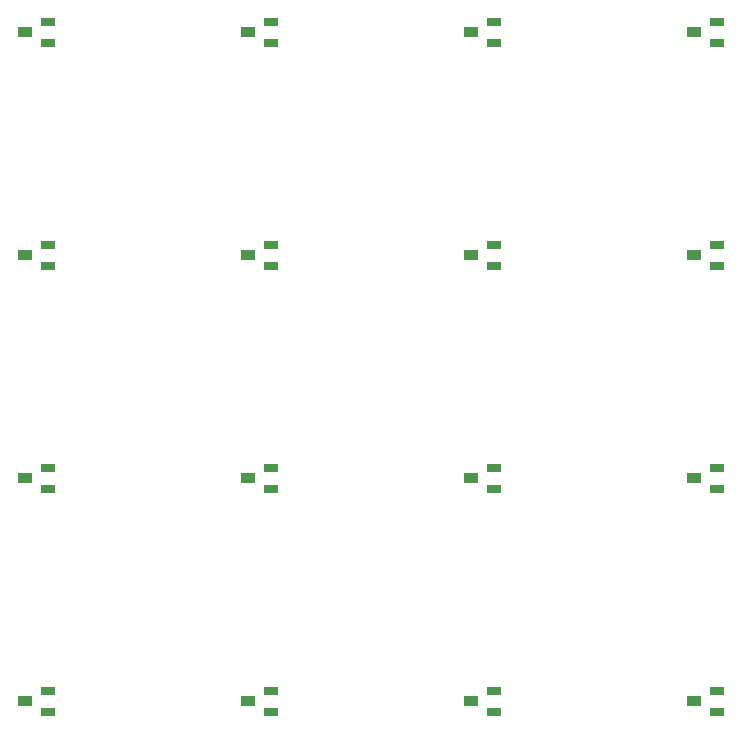
<source format=gbr>
%TF.GenerationSoftware,KiCad,Pcbnew,7.0.9*%
%TF.CreationDate,2024-05-12T14:32:29+05:30*%
%TF.ProjectId,Analog_Macropad,416e616c-6f67-45f4-9d61-63726f706164,rev?*%
%TF.SameCoordinates,Original*%
%TF.FileFunction,Paste,Bot*%
%TF.FilePolarity,Positive*%
%FSLAX46Y46*%
G04 Gerber Fmt 4.6, Leading zero omitted, Abs format (unit mm)*
G04 Created by KiCad (PCBNEW 7.0.9) date 2024-05-12 14:32:29*
%MOMM*%
%LPD*%
G01*
G04 APERTURE LIST*
%ADD10R,1.270000X0.800000*%
%ADD11R,1.300000X0.840000*%
G04 APERTURE END LIST*
D10*
%TO.C,U7*%
X78640000Y-77880000D03*
D11*
X76725000Y-76990000D03*
D10*
X78640000Y-76140000D03*
%TD*%
%TO.C,U6*%
X59760000Y-76140000D03*
D11*
X57845000Y-76990000D03*
D10*
X59760000Y-77880000D03*
%TD*%
%TO.C,U4*%
X97520000Y-57260000D03*
D11*
X95605000Y-58110000D03*
D10*
X97520000Y-59000000D03*
%TD*%
%TO.C,U3*%
X78640000Y-57260000D03*
D11*
X76725000Y-58110000D03*
D10*
X78640000Y-59000000D03*
%TD*%
%TO.C,U2*%
X59760000Y-57260000D03*
D11*
X57845000Y-58110000D03*
D10*
X59760000Y-59000000D03*
%TD*%
%TO.C,U17*%
X59760000Y-113900000D03*
D11*
X57845000Y-114750000D03*
D10*
X59760000Y-115640000D03*
%TD*%
%TO.C,U8*%
X97520000Y-77880000D03*
D11*
X95605000Y-76990000D03*
D10*
X97520000Y-76140000D03*
%TD*%
%TO.C,U10*%
X116400000Y-95020000D03*
D11*
X114485000Y-95870000D03*
D10*
X116400000Y-96760000D03*
%TD*%
%TO.C,U14*%
X116400000Y-113900000D03*
D11*
X114485000Y-114750000D03*
D10*
X116400000Y-115640000D03*
%TD*%
%TO.C,U13*%
X59760000Y-95020000D03*
D11*
X57845000Y-95870000D03*
D10*
X59760000Y-96760000D03*
%TD*%
%TO.C,U11*%
X97520000Y-95020000D03*
D11*
X95605000Y-95870000D03*
D10*
X97520000Y-96760000D03*
%TD*%
%TO.C,U15*%
X97520000Y-113900000D03*
D11*
X95605000Y-114750000D03*
D10*
X97520000Y-115640000D03*
%TD*%
%TO.C,U5*%
X116400000Y-57260000D03*
D11*
X114485000Y-58110000D03*
D10*
X116400000Y-59000000D03*
%TD*%
%TO.C,U16*%
X78640000Y-113900000D03*
D11*
X76725000Y-114750000D03*
D10*
X78640000Y-115640000D03*
%TD*%
%TO.C,U12*%
X78640000Y-95020000D03*
D11*
X76725000Y-95870000D03*
D10*
X78640000Y-96760000D03*
%TD*%
%TO.C,U9*%
X116400000Y-77880000D03*
D11*
X114485000Y-76990000D03*
D10*
X116400000Y-76140000D03*
%TD*%
M02*

</source>
